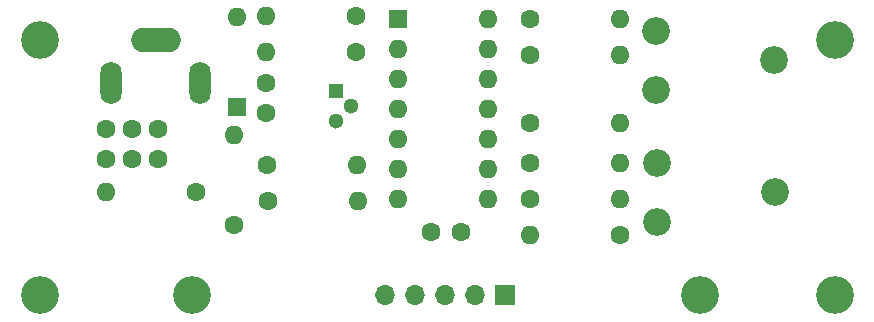
<source format=gbr>
%TF.GenerationSoftware,KiCad,Pcbnew,(6.0.10)*%
%TF.CreationDate,2023-02-28T00:06:53+13:00*%
%TF.ProjectId,video,76696465-6f2e-46b6-9963-61645f706362,rev?*%
%TF.SameCoordinates,Original*%
%TF.FileFunction,Soldermask,Bot*%
%TF.FilePolarity,Negative*%
%FSLAX46Y46*%
G04 Gerber Fmt 4.6, Leading zero omitted, Abs format (unit mm)*
G04 Created by KiCad (PCBNEW (6.0.10)) date 2023-02-28 00:06:53*
%MOMM*%
%LPD*%
G01*
G04 APERTURE LIST*
%ADD10C,3.200000*%
%ADD11C,1.600000*%
%ADD12R,1.700000X1.700000*%
%ADD13O,1.700000X1.700000*%
%ADD14O,1.600000X1.600000*%
%ADD15R,1.600000X1.600000*%
%ADD16R,1.300000X1.300000*%
%ADD17C,1.300000*%
%ADD18C,2.340000*%
%ADD19O,4.200000X2.100000*%
%ADD20O,1.800000X3.600000*%
G04 APERTURE END LIST*
D10*
%TO.C,H3*%
X50800000Y-85090000D03*
%TD*%
D11*
%TO.C,C4*%
X56438800Y-92608400D03*
X56438800Y-95108400D03*
%TD*%
D12*
%TO.C,J2*%
X90170000Y-106680000D03*
D13*
X87630000Y-106680000D03*
X85090000Y-106680000D03*
X82550000Y-106680000D03*
X80010000Y-106680000D03*
%TD*%
D11*
%TO.C,C5*%
X58636800Y-92601400D03*
X58636800Y-95101400D03*
%TD*%
%TO.C,R8*%
X64058800Y-97942400D03*
D14*
X56438800Y-97942400D03*
%TD*%
D11*
%TO.C,R12*%
X92319000Y-92080000D03*
D14*
X99939000Y-92080000D03*
%TD*%
D15*
%TO.C,U1*%
X81153000Y-83312000D03*
D14*
X81153000Y-85852000D03*
X81153000Y-88392000D03*
X81153000Y-90932000D03*
X81153000Y-93472000D03*
X81153000Y-96012000D03*
X81153000Y-98552000D03*
X88773000Y-98552000D03*
X88773000Y-96012000D03*
X88773000Y-93472000D03*
X88773000Y-90932000D03*
X88773000Y-88392000D03*
X88773000Y-85852000D03*
X88773000Y-83312000D03*
%TD*%
D10*
%TO.C,H6*%
X50800000Y-106680000D03*
%TD*%
D11*
%TO.C,R9*%
X92319000Y-83317000D03*
D14*
X99939000Y-83317000D03*
%TD*%
D10*
%TO.C,H2*%
X63680000Y-106680000D03*
%TD*%
D11*
%TO.C,R7*%
X92319000Y-86365000D03*
D14*
X99939000Y-86365000D03*
%TD*%
D16*
%TO.C,Q1*%
X75917800Y-89383000D03*
D17*
X77187800Y-90663000D03*
X75917800Y-91923000D03*
%TD*%
D11*
%TO.C,C2*%
X69967000Y-88721800D03*
X69967000Y-91221800D03*
%TD*%
D15*
%TO.C,D1*%
X67477800Y-90733800D03*
D14*
X67477800Y-83113800D03*
%TD*%
D11*
%TO.C,R4*%
X77587000Y-86111000D03*
D14*
X69967000Y-86111000D03*
%TD*%
D11*
%TO.C,R3*%
X92319000Y-95509000D03*
D14*
X99939000Y-95509000D03*
%TD*%
D11*
%TO.C,R1*%
X70094000Y-98684000D03*
D14*
X77714000Y-98684000D03*
%TD*%
D11*
%TO.C,R5*%
X92319000Y-98557000D03*
D14*
X99939000Y-98557000D03*
%TD*%
D18*
%TO.C,RV2*%
X103077000Y-100440000D03*
X113077000Y-97940000D03*
X103077000Y-95440000D03*
%TD*%
D11*
%TO.C,R6*%
X67223800Y-100741400D03*
D14*
X67223800Y-93121400D03*
%TD*%
D19*
%TO.C,J1*%
X60622500Y-85030000D03*
D20*
X64372500Y-88730000D03*
X56872500Y-88730000D03*
%TD*%
D11*
%TO.C,C3*%
X60795800Y-95101400D03*
X60795800Y-92601400D03*
%TD*%
D10*
%TO.C,H1*%
X106680000Y-106680000D03*
%TD*%
D11*
%TO.C,R11*%
X99939000Y-101605000D03*
D14*
X92319000Y-101605000D03*
%TD*%
D11*
%TO.C,R10*%
X70068600Y-95610600D03*
D14*
X77688600Y-95610600D03*
%TD*%
D11*
%TO.C,R2*%
X77587000Y-83063000D03*
D14*
X69967000Y-83063000D03*
%TD*%
D10*
%TO.C,H4*%
X118110000Y-106680000D03*
%TD*%
%TO.C,H5*%
X118110000Y-85090000D03*
%TD*%
D11*
%TO.C,C1*%
X83957000Y-101351000D03*
X86457000Y-101351000D03*
%TD*%
D18*
%TO.C,RV1*%
X102950000Y-89264000D03*
X112950000Y-86764000D03*
X102950000Y-84264000D03*
%TD*%
M02*

</source>
